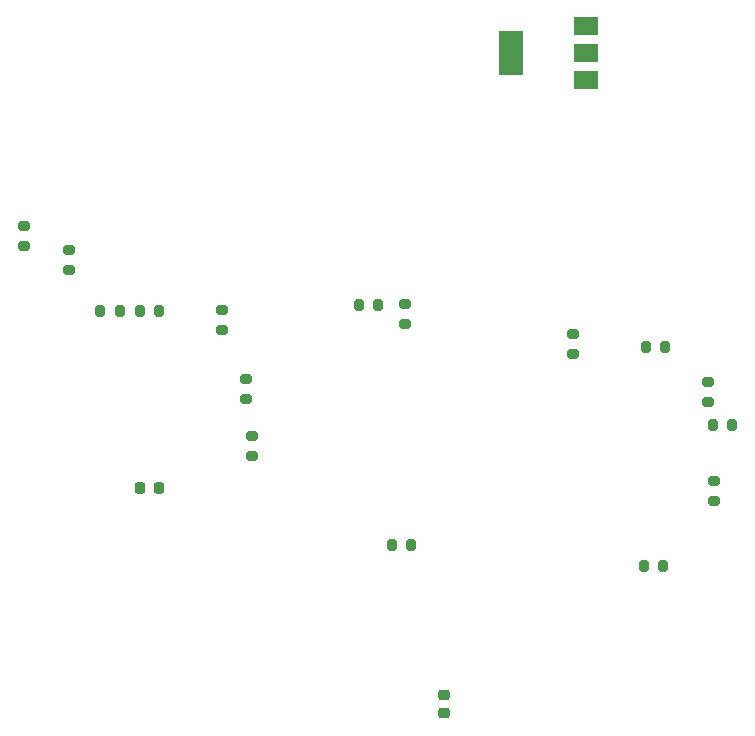
<source format=gbr>
%TF.GenerationSoftware,KiCad,Pcbnew,(6.0.0)*%
%TF.CreationDate,2022-01-24T17:52:30-05:00*%
%TF.ProjectId,function generator,66756e63-7469-46f6-9e20-67656e657261,rev?*%
%TF.SameCoordinates,Original*%
%TF.FileFunction,Paste,Top*%
%TF.FilePolarity,Positive*%
%FSLAX46Y46*%
G04 Gerber Fmt 4.6, Leading zero omitted, Abs format (unit mm)*
G04 Created by KiCad (PCBNEW (6.0.0)) date 2022-01-24 17:52:30*
%MOMM*%
%LPD*%
G01*
G04 APERTURE LIST*
G04 Aperture macros list*
%AMRoundRect*
0 Rectangle with rounded corners*
0 $1 Rounding radius*
0 $2 $3 $4 $5 $6 $7 $8 $9 X,Y pos of 4 corners*
0 Add a 4 corners polygon primitive as box body*
4,1,4,$2,$3,$4,$5,$6,$7,$8,$9,$2,$3,0*
0 Add four circle primitives for the rounded corners*
1,1,$1+$1,$2,$3*
1,1,$1+$1,$4,$5*
1,1,$1+$1,$6,$7*
1,1,$1+$1,$8,$9*
0 Add four rect primitives between the rounded corners*
20,1,$1+$1,$2,$3,$4,$5,0*
20,1,$1+$1,$4,$5,$6,$7,0*
20,1,$1+$1,$6,$7,$8,$9,0*
20,1,$1+$1,$8,$9,$2,$3,0*%
G04 Aperture macros list end*
%ADD10RoundRect,0.200000X0.275000X-0.200000X0.275000X0.200000X-0.275000X0.200000X-0.275000X-0.200000X0*%
%ADD11RoundRect,0.200000X0.200000X0.275000X-0.200000X0.275000X-0.200000X-0.275000X0.200000X-0.275000X0*%
%ADD12RoundRect,0.200000X-0.200000X-0.275000X0.200000X-0.275000X0.200000X0.275000X-0.200000X0.275000X0*%
%ADD13RoundRect,0.200000X-0.275000X0.200000X-0.275000X-0.200000X0.275000X-0.200000X0.275000X0.200000X0*%
%ADD14RoundRect,0.225000X0.225000X0.250000X-0.225000X0.250000X-0.225000X-0.250000X0.225000X-0.250000X0*%
%ADD15R,2.000000X1.500000*%
%ADD16R,2.000000X3.800000*%
%ADD17RoundRect,0.225000X0.250000X-0.225000X0.250000X0.225000X-0.250000X0.225000X-0.250000X-0.225000X0*%
G04 APERTURE END LIST*
D10*
%TO.C,R13*%
X116332000Y-63309000D03*
X116332000Y-61659000D03*
%TD*%
D11*
%TO.C,R12*%
X112733000Y-58674000D03*
X111083000Y-58674000D03*
%TD*%
D10*
%TO.C,R15*%
X116840000Y-71691000D03*
X116840000Y-70041000D03*
%TD*%
D11*
%TO.C,R7*%
X69913000Y-55626000D03*
X68263000Y-55626000D03*
%TD*%
%TO.C,R5*%
X91249000Y-75438000D03*
X89599000Y-75438000D03*
%TD*%
D12*
%TO.C,R8*%
X64898000Y-55626000D03*
X66548000Y-55626000D03*
%TD*%
D10*
%TO.C,R2*%
X77216000Y-63055000D03*
X77216000Y-61405000D03*
%TD*%
D13*
%TO.C,R9*%
X62230000Y-50483000D03*
X62230000Y-52133000D03*
%TD*%
%TO.C,R4*%
X90678000Y-55055000D03*
X90678000Y-56705000D03*
%TD*%
D14*
%TO.C,C9*%
X69843000Y-70612000D03*
X68293000Y-70612000D03*
%TD*%
D12*
%TO.C,R3*%
X86805000Y-55118000D03*
X88455000Y-55118000D03*
%TD*%
D15*
%TO.C,U1*%
X106020000Y-36082000D03*
D16*
X99720000Y-33782000D03*
D15*
X106020000Y-33782000D03*
X106020000Y-31482000D03*
%TD*%
D10*
%TO.C,R1*%
X77724000Y-67881000D03*
X77724000Y-66231000D03*
%TD*%
D13*
%TO.C,R11*%
X58420000Y-48451000D03*
X58420000Y-50101000D03*
%TD*%
D10*
%TO.C,R10*%
X75184000Y-57213000D03*
X75184000Y-55563000D03*
%TD*%
D12*
%TO.C,R14*%
X116777000Y-65278000D03*
X118427000Y-65278000D03*
%TD*%
D13*
%TO.C,R6*%
X104902000Y-57595000D03*
X104902000Y-59245000D03*
%TD*%
D17*
%TO.C,C1*%
X93980000Y-89675000D03*
X93980000Y-88125000D03*
%TD*%
D11*
%TO.C,R16*%
X112585000Y-77216000D03*
X110935000Y-77216000D03*
%TD*%
M02*

</source>
